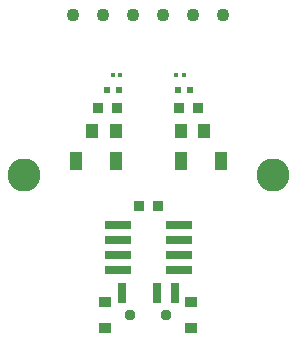
<source format=gts>
G75*
%MOIN*%
%OFA0B0*%
%FSLAX24Y24*%
%IPPOS*%
%LPD*%
%AMOC8*
5,1,8,0,0,1.08239X$1,22.5*
%
%ADD10C,0.1103*%
%ADD11C,0.0434*%
%ADD12R,0.0434X0.0473*%
%ADD13R,0.0355X0.0355*%
%ADD14R,0.0237X0.0237*%
%ADD15R,0.0158X0.0158*%
%ADD16R,0.0434X0.0591*%
%ADD17C,0.0375*%
%ADD18R,0.0316X0.0670*%
%ADD19R,0.0434X0.0355*%
%ADD20R,0.0906X0.0276*%
D10*
X002285Y005912D03*
X010592Y005912D03*
D11*
X008939Y011252D03*
X007939Y011252D03*
X006939Y011252D03*
X005939Y011252D03*
X004939Y011252D03*
X003939Y011252D03*
D12*
X004570Y007377D03*
X005358Y007377D03*
X007519Y007377D03*
X008307Y007377D03*
D13*
X008110Y008127D03*
X007480Y008127D03*
X005397Y008127D03*
X004767Y008127D03*
X006124Y004877D03*
X006754Y004877D03*
D14*
X007421Y008752D03*
X007815Y008752D03*
X005456Y008752D03*
X005063Y008752D03*
D15*
X005259Y009252D03*
X005496Y009252D03*
X007381Y009252D03*
X007618Y009252D03*
D16*
X007519Y006377D03*
X008858Y006377D03*
X005358Y006377D03*
X004019Y006377D03*
D17*
X005848Y001252D03*
X007029Y001252D03*
D18*
X006734Y001961D03*
X007324Y001961D03*
X005553Y001961D03*
D19*
X005002Y000819D03*
X005002Y001685D03*
X007876Y001685D03*
X007876Y000819D03*
D20*
X007462Y002752D03*
X007462Y003252D03*
X007462Y003752D03*
X007462Y004252D03*
X005415Y004252D03*
X005415Y003752D03*
X005415Y003252D03*
X005415Y002752D03*
M02*

</source>
